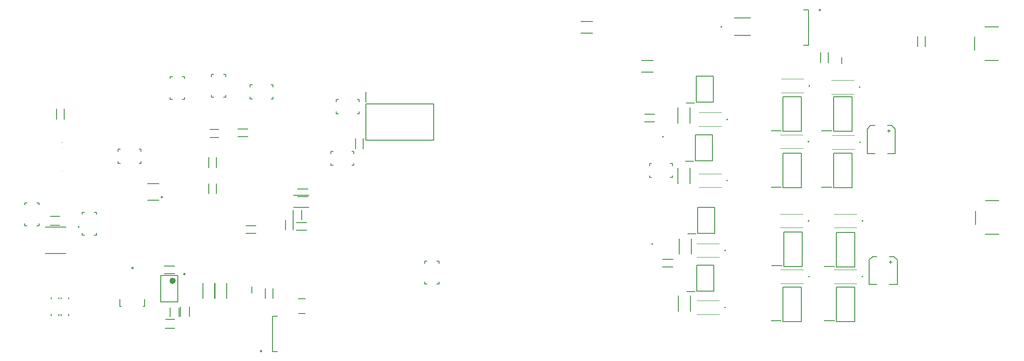
<source format=gbo>
G04*
G04 #@! TF.GenerationSoftware,Altium Limited,Altium Designer,23.7.1 (13)*
G04*
G04 Layer_Color=32896*
%FSLAX44Y44*%
%MOMM*%
G71*
G04*
G04 #@! TF.SameCoordinates,9AC6D79B-6B5E-4FBD-9D38-37E555C90168*
G04*
G04*
G04 #@! TF.FilePolarity,Positive*
G04*
G01*
G75*
%ADD10C,0.2000*%
%ADD11C,0.6000*%
%ADD12C,0.2500*%
%ADD13C,0.1000*%
%ADD200C,0.1270*%
D10*
X1602990Y266970D02*
G03*
X1602990Y268970I0J1000D01*
G01*
D02*
G03*
X1602990Y266970I0J-1000D01*
G01*
X1445510Y105140D02*
G03*
X1445510Y103140I0J-1000D01*
G01*
D02*
G03*
X1445510Y105140I0J1000D01*
G01*
X1604260Y522240D02*
G03*
X1604260Y524240I0J1000D01*
G01*
D02*
G03*
X1604260Y522240I0J-1000D01*
G01*
X1699510Y519700D02*
G03*
X1699510Y521700I0J1000D01*
G01*
D02*
G03*
X1699510Y519700I0J-1000D01*
G01*
X1602770Y418830D02*
G03*
X1602770Y416830I0J-1000D01*
G01*
D02*
G03*
X1602770Y418830I0J1000D01*
G01*
X1700110Y417560D02*
G03*
X1700110Y415560I0J-1000D01*
G01*
D02*
G03*
X1700110Y417560I0J1000D01*
G01*
X1704590Y163560D02*
G03*
X1704590Y161560I0J-1000D01*
G01*
D02*
G03*
X1704590Y163560I0J1000D01*
G01*
X1603590D02*
G03*
X1603590Y161560I0J-1000D01*
G01*
D02*
G03*
X1603590Y163560I0J1000D01*
G01*
X1704590Y268970D02*
G03*
X1704590Y266970I0J-1000D01*
G01*
D02*
G03*
X1704590Y268970I0J1000D01*
G01*
X1445510Y211090D02*
G03*
X1445510Y213090I0J1000D01*
G01*
D02*
G03*
X1445510Y211090I0J-1000D01*
G01*
X1308960Y224340D02*
G03*
X1308960Y224340I-1000J0D01*
G01*
X227258Y256350D02*
G03*
X227258Y256350I-1000J0D01*
G01*
X1438280Y636000D02*
G03*
X1438280Y634000I0J-1000D01*
G01*
D02*
G03*
X1438280Y636000I0J1000D01*
G01*
X1329450Y427170D02*
G03*
X1329450Y427170I-1000J0D01*
G01*
X1449320Y343170D02*
G03*
X1449320Y345170I0J1000D01*
G01*
D02*
G03*
X1449320Y343170I0J-1000D01*
G01*
Y458740D02*
G03*
X1449320Y460740I0J1000D01*
G01*
D02*
G03*
X1449320Y458740I0J-1000D01*
G01*
X1174030Y644480D02*
X1196030D01*
X1174030Y622980D02*
X1196030D01*
X1936810Y306070D02*
X1962090D01*
X1917700Y261680D02*
Y286960D01*
X1936810Y242570D02*
X1962090D01*
X1935540Y635000D02*
X1960820D01*
X1916430Y590610D02*
Y615890D01*
X1935540Y571500D02*
X1960820D01*
X702257Y372688D02*
X706257D01*
X702257D02*
Y376688D01*
X745547Y372682D02*
Y376682D01*
X741547Y372682D02*
X745547D01*
X702240Y395472D02*
Y399472D01*
X706240D01*
X741545Y399478D02*
X745545D01*
Y395478D02*
Y399478D01*
X1632590Y79240D02*
X1651590D01*
X1655090Y77990D02*
Y142990D01*
X1690090D01*
Y77990D02*
Y142990D01*
X1655090Y77990D02*
X1690090D01*
X1593650Y667230D02*
X1602650D01*
Y600230D02*
Y667230D01*
X1593650Y600230D02*
X1602650D01*
X1288210Y549320D02*
X1310210D01*
X1288210Y570820D02*
X1310210D01*
X418220Y87770D02*
Y105270D01*
X435250Y87717D02*
Y105217D01*
X390030Y65160D02*
X407530D01*
X390083Y82190D02*
X407583D01*
X416170Y86500D02*
Y104000D01*
X399140Y86553D02*
Y104053D01*
X388010Y168010D02*
X407010D01*
X388010Y182510D02*
X407010D01*
X413510Y114700D02*
Y164700D01*
X381510Y114700D02*
Y164700D01*
X413510D01*
X381510Y114700D02*
X413510D01*
X304510Y106410D02*
Y120160D01*
X348510Y106410D02*
X350810D01*
X304510D02*
X306810D01*
X350810D02*
Y120160D01*
X483721Y121359D02*
Y150421D01*
X461159Y121359D02*
Y150421D01*
X505311Y121359D02*
Y150421D01*
X482749Y121359D02*
Y150421D01*
X356530Y338330D02*
X377530D01*
X356530Y306830D02*
X377530D01*
X344225Y399288D02*
Y403288D01*
X340225D02*
X344225D01*
X300920Y403282D02*
X304920D01*
X300920Y399282D02*
Y403282D01*
X340227Y376492D02*
X344227D01*
Y380492D01*
X300937Y376498D02*
Y380498D01*
Y376498D02*
X304937D01*
X174360Y88670D02*
Y91670D01*
X188860Y88670D02*
Y91670D01*
Y120420D02*
Y123420D01*
X174360Y120420D02*
Y123420D01*
X207910Y120420D02*
Y123420D01*
X193410Y120420D02*
Y123420D01*
Y88670D02*
Y91670D01*
X207910Y88670D02*
Y91670D01*
X1554760Y77990D02*
X1589760D01*
Y142990D01*
X1554760D02*
X1589760D01*
X1554760Y77990D02*
Y142990D01*
X1532260Y79240D02*
X1551260D01*
X1655090Y180860D02*
X1690090D01*
Y245860D01*
X1655090D02*
X1690090D01*
X1655090Y180860D02*
Y245860D01*
X1632590Y182110D02*
X1651590D01*
X1556030Y182130D02*
X1591030D01*
Y247130D01*
X1556030D02*
X1591030D01*
X1556030Y182130D02*
Y247130D01*
X1533530Y183380D02*
X1552530D01*
X1758206Y187746D02*
Y192746D01*
X1755706Y190246D02*
X1760706D01*
X1717210Y147490D02*
X1731710D01*
X1755710D02*
X1770210D01*
Y193990D01*
X1763710Y200490D02*
X1770210Y193990D01*
X1755710Y200490D02*
X1763710D01*
X1717210Y147490D02*
Y193990D01*
X1723710Y200490D01*
X1731710D01*
X1393700Y244740D02*
X1425700D01*
Y293740D01*
X1393700D02*
X1425700D01*
X1393700Y244740D02*
Y293740D01*
X1374950Y243440D02*
X1390200D01*
X1327810Y195090D02*
X1346810D01*
X1327810Y180590D02*
X1346810D01*
X1381611Y205179D02*
Y234241D01*
X1359049Y205179D02*
Y234241D01*
X1392430Y135520D02*
X1424430D01*
Y184520D01*
X1392430D02*
X1424430D01*
X1392430Y135520D02*
Y184520D01*
X1373680Y134220D02*
X1388930D01*
X1380341Y97229D02*
Y126291D01*
X1357779Y97229D02*
Y126291D01*
X526440Y427090D02*
X545440D01*
X526440Y441590D02*
X545440D01*
X541680Y244210D02*
X560680D01*
X541680Y258710D02*
X560680D01*
X767850Y420660D02*
Y488660D01*
Y420660D02*
X895850D01*
Y488660D01*
X767850D02*
X895850D01*
X767700Y492160D02*
Y511660D01*
X616320Y250850D02*
Y269850D01*
X630820Y250850D02*
Y269850D01*
X639470Y314060D02*
X658470D01*
X639470Y328560D02*
X658470D01*
X426142Y497787D02*
Y501787D01*
X422142Y497787D02*
X426142D01*
X422148Y541077D02*
X426148D01*
Y537077D02*
Y541077D01*
X399358Y497770D02*
X403358D01*
X399358D02*
Y501770D01*
X399352Y537075D02*
Y541075D01*
X403352D01*
X879418Y187823D02*
Y191823D01*
X883418D01*
X879412Y148533D02*
X883412D01*
X879412D02*
Y152533D01*
X902202Y191840D02*
X906202D01*
Y187840D02*
Y191840D01*
X906208Y148535D02*
Y152535D01*
X902208Y148535D02*
X906208D01*
X1302967Y349828D02*
X1306967D01*
X1302967D02*
Y353828D01*
X1346257Y349822D02*
Y353822D01*
X1342257Y349822D02*
X1346257D01*
X1302950Y372612D02*
Y376612D01*
X1306950D01*
X1342255Y376618D02*
X1346255D01*
Y372618D02*
Y376618D01*
X712417Y470478D02*
X716417D01*
X712417D02*
Y474478D01*
X755707Y470472D02*
Y474472D01*
X751707Y470472D02*
X755707D01*
X712400Y493262D02*
Y497262D01*
X716400D01*
X751705Y497268D02*
X755705D01*
Y493268D02*
Y497268D01*
X1808850Y597560D02*
Y616560D01*
X1823350Y597560D02*
Y616560D01*
X474600Y440570D02*
X490600D01*
X474600Y425570D02*
X490600D01*
X125038Y298313D02*
Y302313D01*
X129038D01*
X125032Y259023D02*
X129032D01*
X125032D02*
Y263023D01*
X147822Y302330D02*
X151822D01*
Y298330D02*
Y302330D01*
X151828Y259025D02*
Y263025D01*
X147828Y259025D02*
X151828D01*
X172860Y276470D02*
X190360D01*
X172807Y259440D02*
X190307D01*
X1293520Y469530D02*
X1312520D01*
X1293520Y455030D02*
X1312520D01*
X762900Y404520D02*
Y423520D01*
X748400Y404520D02*
Y423520D01*
X259772Y241247D02*
Y245247D01*
X255772Y241247D02*
X259772D01*
X255778Y284537D02*
X259778D01*
Y280537D02*
Y284537D01*
X232988Y241230D02*
X236988D01*
X232988D02*
Y245230D01*
X232982Y280535D02*
Y284535D01*
X236982D01*
X549857Y498418D02*
X553857D01*
X549857D02*
Y502418D01*
X593147Y498412D02*
Y502412D01*
X589147Y498412D02*
X593147D01*
X549840Y521202D02*
Y525202D01*
X553840D01*
X589145Y525208D02*
X593145D01*
Y521208D02*
Y525208D01*
X503612Y501597D02*
Y505597D01*
X499612Y501597D02*
X503612D01*
X499618Y544887D02*
X503618D01*
Y540887D02*
Y544887D01*
X476828Y501580D02*
X480828D01*
X476828D02*
Y505580D01*
X476822Y540885D02*
Y544885D01*
X480822D01*
X631899Y316081D02*
X660961D01*
X631899Y293519D02*
X660961D01*
X636930Y250560D02*
X655930D01*
X636930Y265060D02*
X655930D01*
X630810Y270650D02*
Y288150D01*
X646810Y270650D02*
Y288150D01*
X471540Y368960D02*
Y387960D01*
X486040Y368960D02*
Y387960D01*
X471540Y319430D02*
Y338430D01*
X486040Y319430D02*
Y338430D01*
X1625970Y567080D02*
Y586080D01*
X1640470Y567080D02*
Y586080D01*
X1665810Y564890D02*
Y576890D01*
X1463280Y618800D02*
X1493280D01*
X1463280Y651200D02*
X1493280D01*
X592720Y121310D02*
Y140310D01*
X578220Y121310D02*
Y140310D01*
X641450Y92680D02*
X653950D01*
X641450Y120680D02*
X653950D01*
X552880Y131770D02*
Y143770D01*
X591910Y88110D02*
X600910D01*
X591910Y21110D02*
Y88110D01*
Y21110D02*
X600910D01*
X1650010Y330720D02*
X1685010D01*
Y395720D01*
X1650010D02*
X1685010D01*
X1650010Y330720D02*
Y395720D01*
X1627510Y331970D02*
X1646510D01*
X1554760Y330720D02*
X1589760D01*
Y395720D01*
X1554760D02*
X1589760D01*
X1554760Y330720D02*
Y395720D01*
X1532260Y331970D02*
X1551260D01*
X1389890Y381900D02*
X1421890D01*
Y430900D01*
X1389890D02*
X1421890D01*
X1389890Y381900D02*
Y430900D01*
X1371140Y380600D02*
X1386390D01*
X1379071Y338529D02*
Y367591D01*
X1356509Y338529D02*
Y367591D01*
X1650010Y437400D02*
X1685010D01*
Y502400D01*
X1650010D02*
X1685010D01*
X1650010Y437400D02*
Y502400D01*
X1627510Y438650D02*
X1646510D01*
X1554760Y437400D02*
X1589760D01*
Y502400D01*
X1554760D02*
X1589760D01*
X1554760Y437400D02*
Y502400D01*
X1532260Y438650D02*
X1551260D01*
X1379071Y452829D02*
Y481891D01*
X1356509Y452829D02*
Y481891D01*
X1391160Y492390D02*
X1423160D01*
Y541390D01*
X1391160D02*
X1423160D01*
X1391160Y492390D02*
Y541390D01*
X1372410Y491090D02*
X1387660D01*
X1754396Y435396D02*
Y440396D01*
X1751896Y437896D02*
X1756896D01*
X1713400Y395140D02*
X1727900D01*
X1751900D02*
X1766400D01*
Y441640D01*
X1759900Y448140D02*
X1766400Y441640D01*
X1751900Y448140D02*
X1759900D01*
X1713400Y395140D02*
Y441640D01*
X1719900Y448140D01*
X1727900D01*
X199020Y460400D02*
Y479400D01*
X184520Y460400D02*
Y479400D01*
D11*
X406510Y154700D02*
G03*
X406510Y154700I-3000J0D01*
G01*
D12*
X1625400Y666530D02*
G03*
X1625400Y666530I-1250J0D01*
G01*
X427010Y167500D02*
G03*
X427010Y167500I-1250J0D01*
G01*
X329160Y178910D02*
G03*
X329160Y178910I-1250J0D01*
G01*
X384530Y312830D02*
G03*
X384530Y312830I-1250J0D01*
G01*
X571660Y21810D02*
G03*
X571660Y21810I-1250J0D01*
G01*
D13*
X195580Y361670D02*
G03*
X195580Y362670I0J500D01*
G01*
D02*
G03*
X195580Y361670I0J-500D01*
G01*
Y404700D02*
G03*
X195580Y403700I0J-500D01*
G01*
D02*
G03*
X195580Y404700I0J500D01*
G01*
Y415720D02*
G03*
X195580Y416720I0J500D01*
G01*
D02*
G03*
X195580Y415720I0J-500D01*
G01*
Y486280D02*
G03*
X195580Y487280I0J500D01*
G01*
D02*
G03*
X195580Y486280I0J-500D01*
G01*
Y516760D02*
G03*
X195580Y517760I0J500D01*
G01*
D02*
G03*
X195580Y516760I0J-500D01*
G01*
Y541450D02*
G03*
X195580Y542450I0J500D01*
G01*
D02*
G03*
X195580Y541450I0J-500D01*
G01*
X1549740Y280970D02*
X1592240D01*
X1549740Y254970D02*
X1592240D01*
X1392260Y91140D02*
X1434760D01*
X1392260Y117140D02*
X1434760D01*
X1551010Y536240D02*
X1593510D01*
X1551010Y510240D02*
X1593510D01*
X1646260Y533700D02*
X1688760D01*
X1646260Y507700D02*
X1688760D01*
X1549520Y404830D02*
X1592020D01*
X1549520Y430830D02*
X1592020D01*
X1646860Y403560D02*
X1689360D01*
X1646860Y429560D02*
X1689360D01*
X1651340Y149560D02*
X1693840D01*
X1651340Y175560D02*
X1693840D01*
X1550340Y149560D02*
X1592840D01*
X1550340Y175560D02*
X1592840D01*
X1651340Y254970D02*
X1693840D01*
X1651340Y280970D02*
X1693840D01*
X1392260Y225090D02*
X1434760D01*
X1392260Y199090D02*
X1434760D01*
X1396070Y357170D02*
X1438570D01*
X1396070Y331170D02*
X1438570D01*
X1396070Y472740D02*
X1438570D01*
X1396070Y446740D02*
X1438570D01*
D200*
X163208Y206050D02*
X202208D01*
X163208Y256550D02*
X202208D01*
M02*

</source>
